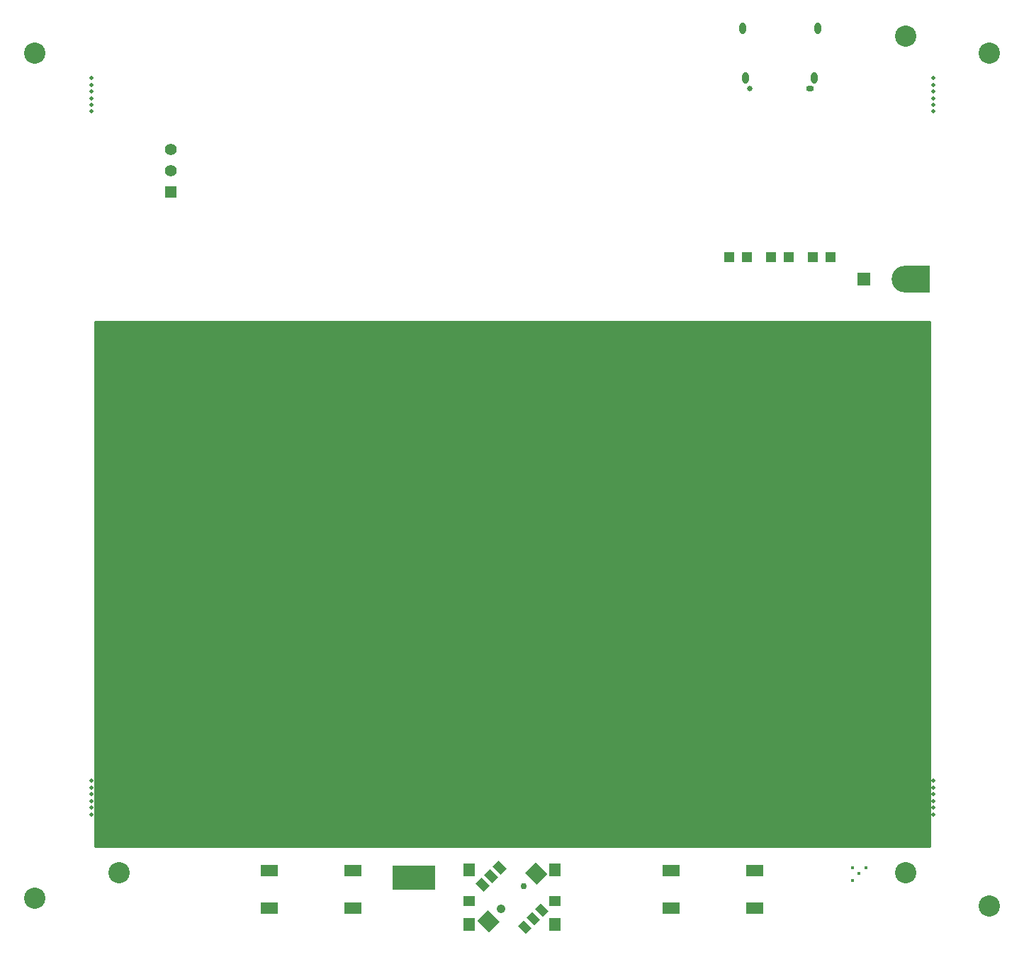
<source format=gbr>
G04 #@! TF.FileFunction,Soldermask,Top*
%FSLAX46Y46*%
G04 Gerber Fmt 4.6, Leading zero omitted, Abs format (unit mm)*
G04 Created by KiCad (PCBNEW 4.0.7-e2-6376~58~ubuntu16.04.1) date Mon Aug 20 17:04:09 2018*
%MOMM*%
%LPD*%
G01*
G04 APERTURE LIST*
%ADD10C,0.100000*%
%ADD11C,2.540000*%
%ADD12R,1.198880X1.198880*%
%ADD13R,1.397000X1.397000*%
%ADD14C,1.397000*%
%ADD15R,1.400000X1.500000*%
%ADD16R,1.400000X1.300000*%
%ADD17R,2.100000X1.400000*%
%ADD18R,1.501140X1.501140*%
%ADD19R,2.270000X2.270000*%
%ADD20C,0.604800*%
%ADD21O,0.800000X1.400000*%
%ADD22O,0.950000X0.650000*%
%ADD23C,0.650000*%
%ADD24R,3.000000X3.200000*%
%ADD25C,3.200000*%
%ADD26R,1.500000X2.270000*%
%ADD27C,0.600000*%
%ADD28R,5.200000X3.000000*%
%ADD29C,1.524000*%
%ADD30R,0.300000X0.300000*%
%ADD31C,0.750000*%
%ADD32C,1.050000*%
%ADD33R,5.000000X2.400000*%
%ADD34R,2.270000X4.000000*%
%ADD35R,4.000000X8.000000*%
%ADD36C,0.500000*%
%ADD37C,0.254000*%
G04 APERTURE END LIST*
D10*
D11*
X43000000Y-137000000D03*
X43000000Y-36000000D03*
X157000000Y-138000000D03*
X157000000Y-36000000D03*
D12*
X128049020Y-60411000D03*
X125950980Y-60411000D03*
D13*
X59230000Y-52605000D03*
D14*
X59230000Y-50065000D03*
X59230000Y-47525000D03*
D15*
X94900000Y-133675000D03*
X105100000Y-133675000D03*
X94900000Y-140175000D03*
X105100000Y-140175000D03*
D16*
X94900000Y-137375000D03*
X105100000Y-137375000D03*
D11*
X147000000Y-134000000D03*
X147000000Y-34000000D03*
X53000000Y-134000000D03*
D17*
X71000000Y-138250000D03*
X71000000Y-133750000D03*
X81000000Y-138250000D03*
X81000000Y-133750000D03*
X119000000Y-138250000D03*
X119000000Y-133750000D03*
X129000000Y-138250000D03*
X129000000Y-133750000D03*
D18*
X142000000Y-63000000D03*
D12*
X133049020Y-60411000D03*
X130950980Y-60411000D03*
X138049020Y-60411000D03*
X135950980Y-60411000D03*
D19*
X82125000Y-92625000D03*
D20*
X82125000Y-92625000D03*
D19*
X82125000Y-106375000D03*
D20*
X82125000Y-106375000D03*
D19*
X84875000Y-92625000D03*
D20*
X84875000Y-92625000D03*
D19*
X84875000Y-95375000D03*
D20*
X84875000Y-95375000D03*
D19*
X84875000Y-98125000D03*
D20*
X84875000Y-98125000D03*
D19*
X84875000Y-100875000D03*
D20*
X84875000Y-100875000D03*
D19*
X84875000Y-103625000D03*
D20*
X84875000Y-103625000D03*
D19*
X84875000Y-106375000D03*
D20*
X84875000Y-106375000D03*
D19*
X87625000Y-92625000D03*
D20*
X87625000Y-92625000D03*
D19*
X87625000Y-95375000D03*
D20*
X87625000Y-95375000D03*
D19*
X87625000Y-98125000D03*
D20*
X87625000Y-98125000D03*
D19*
X87625000Y-100875000D03*
D20*
X87625000Y-100875000D03*
D19*
X87625000Y-103625000D03*
D20*
X87625000Y-103625000D03*
D19*
X87625000Y-106375000D03*
D20*
X87625000Y-106375000D03*
D19*
X90375000Y-92625000D03*
D20*
X90375000Y-92625000D03*
D19*
X90375000Y-95375000D03*
D20*
X90375000Y-95375000D03*
D19*
X90375000Y-98125000D03*
D20*
X90375000Y-98125000D03*
D19*
X90375000Y-100875000D03*
D20*
X90375000Y-100875000D03*
D19*
X90375000Y-103625000D03*
D20*
X90375000Y-103625000D03*
D19*
X90375000Y-106375000D03*
D20*
X90375000Y-106375000D03*
D19*
X93125000Y-92625000D03*
D20*
X93125000Y-92625000D03*
D19*
X93125000Y-95375000D03*
D20*
X93125000Y-95375000D03*
D19*
X93125000Y-98125000D03*
D20*
X93125000Y-98125000D03*
D19*
X93125000Y-100875000D03*
D20*
X93125000Y-100875000D03*
D19*
X93125000Y-103625000D03*
D20*
X93125000Y-103625000D03*
D19*
X93125000Y-106375000D03*
D20*
X93125000Y-106375000D03*
D19*
X95875000Y-92625000D03*
D20*
X95875000Y-92625000D03*
D19*
X95875000Y-95375000D03*
D20*
X95875000Y-95375000D03*
D19*
X95875000Y-98125000D03*
D20*
X95875000Y-98125000D03*
D19*
X95875000Y-100875000D03*
D20*
X95875000Y-100875000D03*
D19*
X95875000Y-103625000D03*
D20*
X95875000Y-103625000D03*
D19*
X95875000Y-106375000D03*
D20*
X95875000Y-106375000D03*
D19*
X98625000Y-92625000D03*
D20*
X98625000Y-92625000D03*
D19*
X98625000Y-95375000D03*
D20*
X98625000Y-95375000D03*
D19*
X98625000Y-98125000D03*
D20*
X98625000Y-98125000D03*
D19*
X98625000Y-100875000D03*
D20*
X98625000Y-100875000D03*
D19*
X98625000Y-103625000D03*
D20*
X98625000Y-103625000D03*
D19*
X98625000Y-106375000D03*
D20*
X98625000Y-106375000D03*
D19*
X101375000Y-92625000D03*
D20*
X101375000Y-92625000D03*
D19*
X101375000Y-95375000D03*
D20*
X101375000Y-95375000D03*
D19*
X101375000Y-98125000D03*
D20*
X101375000Y-98125000D03*
D19*
X101375000Y-100875000D03*
D20*
X101375000Y-100875000D03*
D19*
X101375000Y-103625000D03*
D20*
X101375000Y-103625000D03*
D19*
X101375000Y-106375000D03*
D20*
X101375000Y-106375000D03*
D19*
X104125000Y-92625000D03*
D20*
X104125000Y-92625000D03*
D19*
X104125000Y-95375000D03*
D20*
X104125000Y-95375000D03*
D19*
X104125000Y-98125000D03*
D20*
X104125000Y-98125000D03*
D19*
X104125000Y-100875000D03*
D20*
X104125000Y-100875000D03*
D19*
X104125000Y-103625000D03*
D20*
X104125000Y-103625000D03*
D19*
X104125000Y-106375000D03*
D20*
X104125000Y-106375000D03*
D19*
X106875000Y-92625000D03*
D20*
X106875000Y-92625000D03*
D19*
X106875000Y-95375000D03*
D20*
X106875000Y-95375000D03*
D19*
X106875000Y-98125000D03*
D20*
X106875000Y-98125000D03*
D19*
X106875000Y-100875000D03*
D20*
X106875000Y-100875000D03*
D19*
X106875000Y-103625000D03*
D20*
X106875000Y-103625000D03*
D19*
X106875000Y-106375000D03*
D20*
X106875000Y-106375000D03*
D19*
X109625000Y-92625000D03*
D20*
X109625000Y-92625000D03*
D19*
X109625000Y-95375000D03*
D20*
X109625000Y-95375000D03*
D19*
X109625000Y-98125000D03*
D20*
X109625000Y-98125000D03*
D19*
X109625000Y-100875000D03*
D20*
X109625000Y-100875000D03*
D19*
X109625000Y-103625000D03*
D20*
X109625000Y-103625000D03*
D19*
X109625000Y-106375000D03*
D20*
X109625000Y-106375000D03*
D19*
X112375000Y-92625000D03*
D20*
X112375000Y-92625000D03*
D19*
X112375000Y-95375000D03*
D20*
X112375000Y-95375000D03*
D19*
X112375000Y-98125000D03*
D20*
X112375000Y-98125000D03*
D19*
X112375000Y-100875000D03*
D20*
X112375000Y-100875000D03*
D19*
X112375000Y-103625000D03*
D20*
X112375000Y-103625000D03*
D19*
X112375000Y-106375000D03*
D20*
X112375000Y-106375000D03*
D19*
X115125000Y-92625000D03*
D20*
X115125000Y-92625000D03*
D19*
X115125000Y-95375000D03*
D20*
X115125000Y-95375000D03*
D19*
X115125000Y-98125000D03*
D20*
X115125000Y-98125000D03*
D19*
X115125000Y-100875000D03*
D20*
X115125000Y-100875000D03*
D19*
X115125000Y-103625000D03*
D20*
X115125000Y-103625000D03*
D19*
X115125000Y-106375000D03*
D20*
X115125000Y-106375000D03*
D19*
X117875000Y-92625000D03*
D20*
X117875000Y-92625000D03*
D19*
X117875000Y-106375000D03*
D20*
X117875000Y-106375000D03*
D19*
X84875000Y-89875000D03*
D20*
X84875000Y-89875000D03*
D19*
X84875000Y-109125000D03*
D20*
X84875000Y-109125000D03*
D19*
X87625000Y-89875000D03*
D20*
X87625000Y-89875000D03*
D19*
X87625000Y-109125000D03*
D20*
X87625000Y-109125000D03*
D19*
X90375000Y-89875000D03*
D20*
X90375000Y-89875000D03*
D19*
X90375000Y-109125000D03*
D20*
X90375000Y-109125000D03*
D19*
X93125000Y-89875000D03*
D20*
X93125000Y-89875000D03*
D19*
X93125000Y-109125000D03*
D20*
X93125000Y-109125000D03*
D19*
X95875000Y-89875000D03*
D20*
X95875000Y-89875000D03*
D19*
X95875000Y-109125000D03*
D20*
X95875000Y-109125000D03*
D19*
X98625000Y-89875000D03*
D20*
X98625000Y-89875000D03*
D19*
X98625000Y-109125000D03*
D20*
X98625000Y-109125000D03*
D19*
X101375000Y-89875000D03*
D20*
X101375000Y-89875000D03*
D19*
X101375000Y-109125000D03*
D20*
X101375000Y-109125000D03*
D19*
X104125000Y-89875000D03*
D20*
X104125000Y-89875000D03*
D19*
X104125000Y-109125000D03*
D20*
X104125000Y-109125000D03*
D19*
X106875000Y-89875000D03*
D20*
X106875000Y-89875000D03*
D19*
X106875000Y-109125000D03*
D20*
X106875000Y-109125000D03*
D19*
X109625000Y-89875000D03*
D20*
X109625000Y-89875000D03*
D19*
X109625000Y-109125000D03*
D20*
X109625000Y-109125000D03*
D19*
X112375000Y-89875000D03*
D20*
X112375000Y-89875000D03*
D19*
X112375000Y-109125000D03*
D20*
X112375000Y-109125000D03*
D19*
X115125000Y-89875000D03*
D20*
X115125000Y-89875000D03*
D19*
X115125000Y-109125000D03*
D20*
X115125000Y-109125000D03*
D19*
X82125000Y-95375000D03*
D20*
X82125000Y-95375000D03*
D19*
X82125000Y-98125000D03*
D20*
X82125000Y-98125000D03*
D19*
X82125000Y-100875000D03*
D20*
X82125000Y-100875000D03*
D19*
X82125000Y-103625000D03*
D20*
X82125000Y-103625000D03*
D19*
X117875000Y-95375000D03*
D20*
X117875000Y-95375000D03*
D19*
X117875000Y-98125000D03*
D20*
X117875000Y-98125000D03*
D19*
X117875000Y-100875000D03*
D20*
X117875000Y-100875000D03*
D19*
X117875000Y-103625000D03*
D20*
X117875000Y-103625000D03*
D19*
X82125000Y-89875000D03*
D20*
X82125000Y-89875000D03*
D19*
X82125000Y-109125000D03*
D20*
X82125000Y-109125000D03*
D19*
X117875000Y-89875000D03*
D20*
X117875000Y-89875000D03*
D21*
X127870000Y-39010000D03*
X136130000Y-39010000D03*
X136490000Y-33060000D03*
X127510000Y-33060000D03*
D22*
X135600000Y-40260000D03*
D23*
X128400000Y-40260000D03*
D24*
X148463000Y-63000000D03*
D25*
X146963000Y-63000000D03*
D19*
X76625000Y-92625000D03*
D20*
X76625000Y-92625000D03*
D26*
X74865000Y-92625000D03*
D27*
X90265000Y-135539000D03*
X89265000Y-135539000D03*
X88265000Y-135539000D03*
X87265000Y-135539000D03*
X86265000Y-135539000D03*
X90265000Y-134539000D03*
X89765000Y-135039000D03*
X89265000Y-134539000D03*
X88765000Y-135039000D03*
X88265000Y-134539000D03*
X87765000Y-135039000D03*
X87265000Y-134539000D03*
X86765000Y-135039000D03*
X86265000Y-134539000D03*
X90265000Y-133539000D03*
X89765000Y-134039000D03*
X89265000Y-133539000D03*
X88765000Y-134039000D03*
X88265000Y-133539000D03*
X87765000Y-134039000D03*
X87265000Y-133539000D03*
X86765000Y-134039000D03*
X86265000Y-133539000D03*
D28*
X88265000Y-134539000D03*
D25*
X144000000Y-74000000D03*
D29*
X144000000Y-70900000D03*
D25*
X144000000Y-125000000D03*
D29*
X144000000Y-121900000D03*
D25*
X56000000Y-125000000D03*
D29*
X56000000Y-121900000D03*
D25*
X56000000Y-74000000D03*
D29*
X56000000Y-70900000D03*
D19*
X117875000Y-109125000D03*
D20*
X117875000Y-109125000D03*
D30*
X140639800Y-134883800D03*
X140639800Y-133359800D03*
X142265400Y-133359800D03*
X141452600Y-134071000D03*
D31*
X101343303Y-135572297D03*
D32*
X98656297Y-138259303D03*
D10*
G36*
X101520079Y-133981307D02*
X102792871Y-132708515D01*
X104207085Y-134122729D01*
X102934293Y-135395521D01*
X101520079Y-133981307D01*
X101520079Y-133981307D01*
G37*
G36*
X95792515Y-139708871D02*
X97065307Y-138436079D01*
X98479521Y-139850293D01*
X97206729Y-141123085D01*
X95792515Y-139708871D01*
X95792515Y-139708871D01*
G37*
G36*
X97648670Y-133256522D02*
X98355776Y-132549416D01*
X99310370Y-133504010D01*
X98603264Y-134211116D01*
X97648670Y-133256522D01*
X97648670Y-133256522D01*
G37*
G36*
X96641043Y-134264149D02*
X97348149Y-133557043D01*
X98302743Y-134511637D01*
X97595637Y-135218743D01*
X96641043Y-134264149D01*
X96641043Y-134264149D01*
G37*
G36*
X95633416Y-135271776D02*
X96340522Y-134564670D01*
X97295116Y-135519264D01*
X96588010Y-136226370D01*
X95633416Y-135271776D01*
X95633416Y-135271776D01*
G37*
G36*
X102704484Y-138312336D02*
X103411590Y-137605230D01*
X104366184Y-138559824D01*
X103659078Y-139266930D01*
X102704484Y-138312336D01*
X102704484Y-138312336D01*
G37*
G36*
X101696857Y-139319963D02*
X102403963Y-138612857D01*
X103358557Y-139567451D01*
X102651451Y-140274557D01*
X101696857Y-139319963D01*
X101696857Y-139319963D01*
G37*
G36*
X100689230Y-140327590D02*
X101396336Y-139620484D01*
X102350930Y-140575078D01*
X101643824Y-141282184D01*
X100689230Y-140327590D01*
X100689230Y-140327590D01*
G37*
D19*
X79375000Y-92625000D03*
D20*
X79375000Y-92625000D03*
D19*
X78000000Y-89875000D03*
D20*
X78000000Y-89875000D03*
D19*
X78000000Y-95375000D03*
D20*
X78000000Y-95375000D03*
D33*
X73890000Y-89810000D03*
X73890000Y-95440000D03*
D34*
X72500000Y-92625000D03*
D20*
X72500000Y-92625000D03*
D35*
X69500000Y-92625000D03*
D19*
X78000000Y-109125000D03*
D20*
X78000000Y-109125000D03*
D19*
X122000000Y-103625000D03*
D20*
X122000000Y-103625000D03*
D33*
X73890000Y-103560000D03*
X73890000Y-109190000D03*
D34*
X72500000Y-106375000D03*
D20*
X72500000Y-106375000D03*
D35*
X69500000Y-106375000D03*
D19*
X76625000Y-106375000D03*
D20*
X76625000Y-106375000D03*
D26*
X74865000Y-106375000D03*
D19*
X78000000Y-103625000D03*
D20*
X78000000Y-103625000D03*
D19*
X79375000Y-106375000D03*
D20*
X79375000Y-106375000D03*
D19*
X120625000Y-92625000D03*
D20*
X120625000Y-92625000D03*
D19*
X122000000Y-89875000D03*
D20*
X122000000Y-89875000D03*
D19*
X123375000Y-92625000D03*
D20*
X123375000Y-92625000D03*
D26*
X125135000Y-92625000D03*
D33*
X126110000Y-95440000D03*
X126110000Y-89810000D03*
D34*
X127500000Y-92625000D03*
D20*
X127500000Y-92625000D03*
D35*
X130500000Y-92625000D03*
D33*
X126110000Y-109190000D03*
X126110000Y-103560000D03*
D34*
X127500000Y-106375000D03*
D20*
X127500000Y-106375000D03*
D35*
X130500000Y-106375000D03*
D19*
X123375000Y-106375000D03*
D20*
X123375000Y-106375000D03*
D26*
X125135000Y-106375000D03*
D19*
X122000000Y-109125000D03*
D20*
X122000000Y-109125000D03*
D19*
X120625000Y-106375000D03*
D20*
X120625000Y-106375000D03*
D19*
X122000000Y-95375000D03*
D20*
X122000000Y-95375000D03*
D36*
X150300000Y-39000000D03*
X150300000Y-39800000D03*
X49700000Y-39000000D03*
X150300000Y-40600000D03*
X150300000Y-41400000D03*
X150300000Y-42200000D03*
X150300000Y-43000000D03*
X150300000Y-123000000D03*
X150300000Y-123800000D03*
X150300000Y-124600000D03*
X150300000Y-125400000D03*
X150300000Y-126200000D03*
X150300000Y-127000000D03*
X49700000Y-39800000D03*
X49700000Y-40600000D03*
X49700000Y-41400000D03*
X49700000Y-42200000D03*
X49700000Y-43000000D03*
X49700000Y-123000000D03*
X49700000Y-123800000D03*
X49700000Y-124600000D03*
X49700000Y-125400000D03*
X49700000Y-126200000D03*
X49700000Y-127000000D03*
D37*
G36*
X149885000Y-130869000D02*
X50139000Y-130869000D01*
X50139000Y-68123000D01*
X149885000Y-68123000D01*
X149885000Y-130869000D01*
X149885000Y-130869000D01*
G37*
X149885000Y-130869000D02*
X50139000Y-130869000D01*
X50139000Y-68123000D01*
X149885000Y-68123000D01*
X149885000Y-130869000D01*
M02*

</source>
